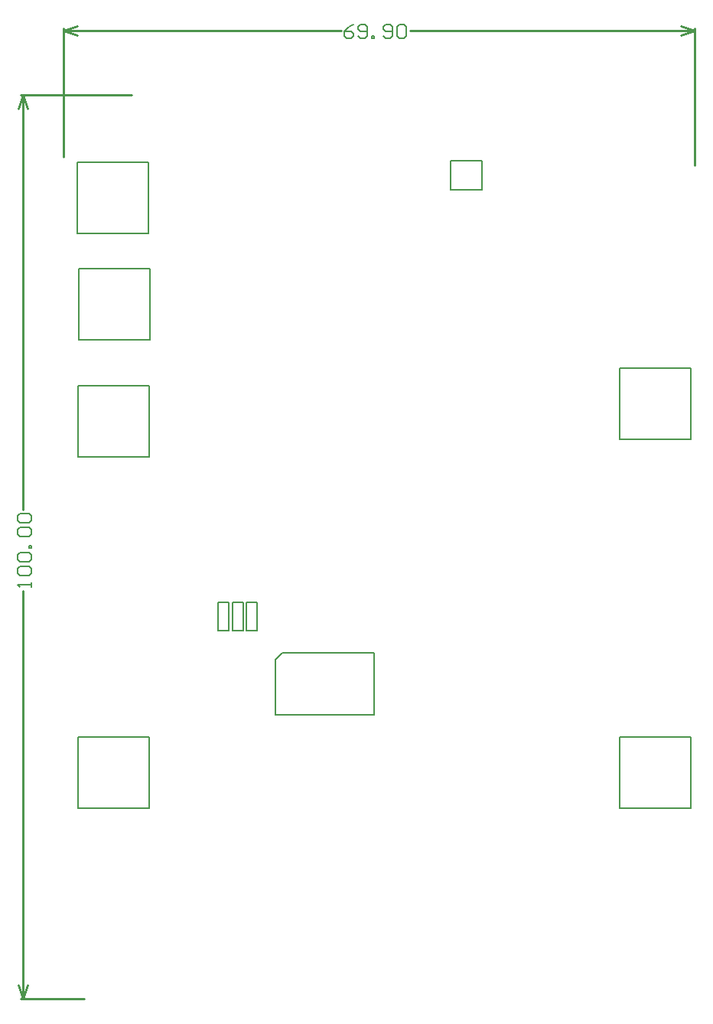
<source format=gbr>
%TF.GenerationSoftware,Altium Limited,Altium Designer,20.2.4 (192)*%
G04 Layer_Color=16711935*
%FSLAX25Y25*%
%MOIN*%
%TF.SameCoordinates,A525E99E-696F-4D77-ADFC-FB6725D68D10*%
%TF.FilePolarity,Positive*%
%TF.FileFunction,Other,Mechanical_1*%
%TF.Part,Single*%
G01*
G75*
%TA.AperFunction,NonConductor*%
%ADD122C,0.00500*%
%ADD123C,0.01000*%
%ADD135C,0.00600*%
D122*
X242374Y113925D02*
X273374D01*
Y82925D02*
Y113925D01*
X242374Y82925D02*
X273374D01*
X242374D02*
Y113925D01*
X6350D02*
X37350D01*
Y82925D02*
Y113925D01*
X6350Y82925D02*
X37350D01*
X6350D02*
Y113925D01*
X6350Y236031D02*
Y267031D01*
Y236031D02*
X37350D01*
Y267031D01*
X6350D02*
X37350D01*
X6705Y286976D02*
Y317976D01*
Y286976D02*
X37705D01*
Y317976D01*
X6705D02*
X37705D01*
X242374Y243622D02*
Y274622D01*
Y243622D02*
X273374D01*
Y274622D01*
X242374D02*
X273374D01*
X168835Y365183D02*
X182335D01*
X168835Y352383D02*
Y365183D01*
Y352383D02*
X182335D01*
Y365183D01*
X6154Y364244D02*
X37154D01*
Y333244D02*
Y364244D01*
X6154Y333244D02*
X37154D01*
X6154D02*
Y364244D01*
X79802Y160292D02*
X84402D01*
X84402Y172692D01*
X79802D02*
X84402D01*
X79802Y160292D02*
Y172692D01*
X73684Y160292D02*
X78284D01*
Y172692D01*
X73684D02*
X78284D01*
X73684Y160292D02*
X73684Y172692D01*
X67385Y160292D02*
X71985D01*
Y172692D01*
X67385D02*
X71985D01*
X67385Y160292D02*
Y172692D01*
X92279Y147858D02*
X95280Y150858D01*
X92279Y123858D02*
Y147858D01*
Y123858D02*
X135280D01*
Y150858D01*
X95280D02*
X135280D01*
D123*
X-18520Y153D02*
X9000D01*
X-18520Y393854D02*
X29724D01*
X-17520Y153D02*
Y177809D01*
Y212999D02*
Y393854D01*
Y153D02*
X-15520Y6153D01*
X-19520D02*
X-17520Y153D01*
X-19520Y387854D02*
X-17520Y393854D01*
X-15520Y387854D01*
X0Y421807D02*
X6000Y423807D01*
X0Y421807D02*
X6000Y419807D01*
X269197D02*
X275197Y421807D01*
X269197Y423807D02*
X275197Y421807D01*
X0D02*
X120903D01*
X151094D02*
X275197D01*
X0Y366835D02*
Y422807D01*
X275197Y363111D02*
Y422807D01*
D135*
X-13921Y179409D02*
Y181408D01*
Y180409D01*
X-19919D01*
X-18919Y179409D01*
Y184407D02*
X-19919Y185407D01*
Y187406D01*
X-18919Y188406D01*
X-14920D01*
X-13921Y187406D01*
Y185407D01*
X-14920Y184407D01*
X-18919D01*
Y190405D02*
X-19919Y191405D01*
Y193404D01*
X-18919Y194404D01*
X-14920D01*
X-13921Y193404D01*
Y191405D01*
X-14920Y190405D01*
X-18919D01*
X-13921Y196403D02*
X-14920D01*
Y197403D01*
X-13921D01*
Y196403D01*
X-18919Y201402D02*
X-19919Y202401D01*
Y204401D01*
X-18919Y205400D01*
X-14920D01*
X-13921Y204401D01*
Y202401D01*
X-14920Y201402D01*
X-18919D01*
Y207400D02*
X-19919Y208400D01*
Y210399D01*
X-18919Y211399D01*
X-14920D01*
X-13921Y210399D01*
Y208400D01*
X-14920Y207400D01*
X-18919D01*
X126502Y424206D02*
X124502Y423206D01*
X122503Y421207D01*
Y419207D01*
X123503Y418208D01*
X125502D01*
X126502Y419207D01*
Y420207D01*
X125502Y421207D01*
X122503D01*
X128501Y419207D02*
X129500Y418208D01*
X131500D01*
X132500Y419207D01*
Y423206D01*
X131500Y424206D01*
X129500D01*
X128501Y423206D01*
Y422206D01*
X129500Y421207D01*
X132500D01*
X134499Y418208D02*
Y419207D01*
X135499D01*
Y418208D01*
X134499D01*
X139497Y419207D02*
X140497Y418208D01*
X142496D01*
X143496Y419207D01*
Y423206D01*
X142496Y424206D01*
X140497D01*
X139497Y423206D01*
Y422206D01*
X140497Y421207D01*
X143496D01*
X145495Y423206D02*
X146495Y424206D01*
X148494D01*
X149494Y423206D01*
Y419207D01*
X148494Y418208D01*
X146495D01*
X145495Y419207D01*
Y423206D01*
%TF.MD5,1e0e4dbec88ea9f3345510742340cb52*%
M02*

</source>
